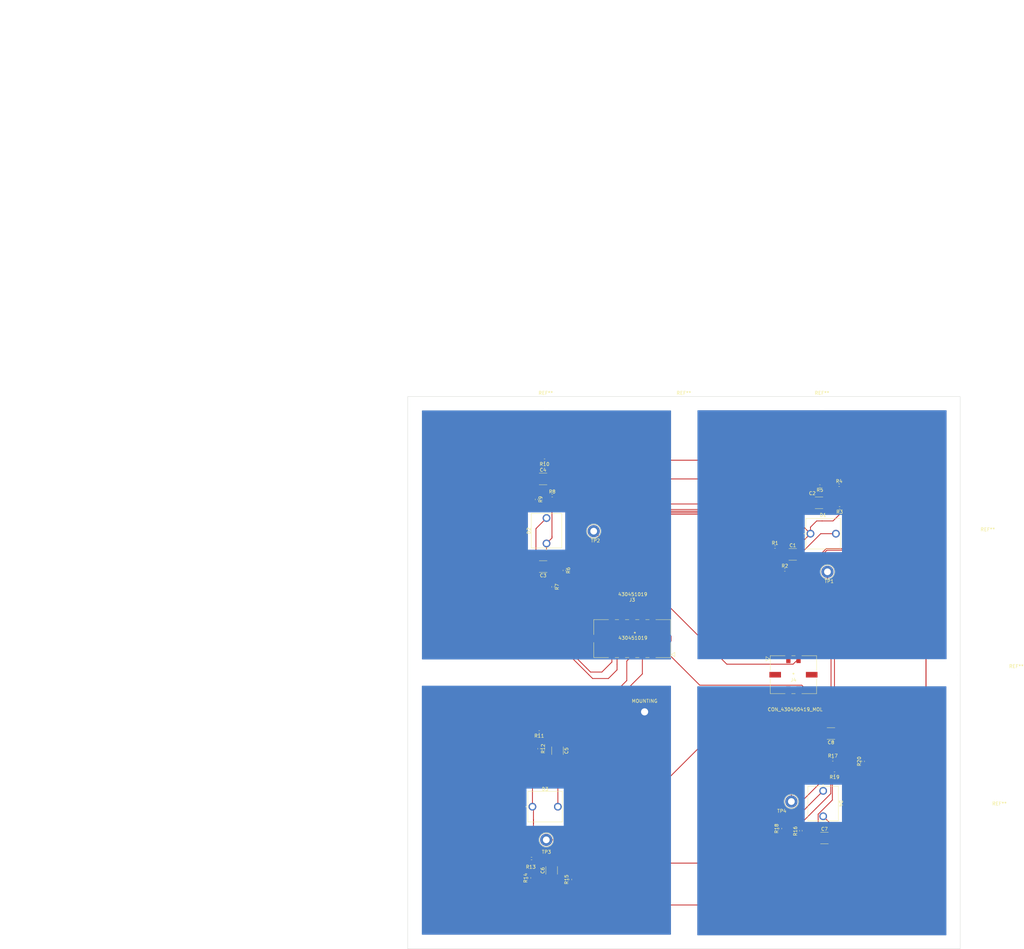
<source format=kicad_pcb>
(kicad_pcb (version 20211014) (generator pcbnew)
  (title_block (date "1/19/2023"))
  (layers (0 "F.Cu" signal) (31 "B.Cu" signal) (34 "B.Paste" user) (35 "F.Paste" user) (36 "B.SilkS" user "B.Silkscreen") (37 "F.SilkS" user "F.Silkscreen") (38 "B.Mask" user) (39 "F.Mask" user) (44 "Edge.Cuts" user))
  (net 0 "")
  (net 1 "Net-(C1-Pad1)")
  (net 2 "Net-(C1-Pad2)")
  (net 3 "Net-(C2-Pad1)")
  (net 4 "Net-(C3-Pad1)")
  (net 5 "Net-(C3-Pad2)")
  (net 6 "Net-(C4-Pad1)")
  (net 7 "Net-(C5-Pad1)")
  (net 8 "Net-(C5-Pad2)")
  (net 9 "Net-(C6-Pad1)")
  (net 10 "Net-(C7-Pad1)")
  (net 11 "Net-(C7-Pad2)")
  (net 12 "Net-(C8-Pad1)")
  (net 13 "/1G1")
  (net 14 "/G1")
  (net 15 "/B1")
  (net 16 "/S1")
  (net 17 "/S2")
  (net 18 "/S3")
  (net 19 "/S4")
  (net 20 "/G2")
  (net 21 "/G3")
  (net 22 "/G4")
  (net 27 "Net-(J4-Pad1)")
  (net 28 "Net-(J4-Pad2)")
  (net 29 "Net-(TP3-Pad1)")
  (net 30 "Net-(J4-Pad4)")
  (footprint "Resistor_SMD:R_0402_1005Metric" (layer "F.Cu") (at 254.6604 224.7392 90)
    (fp_text reference "R20" (at 0 -1.17 90) (layer "F.SilkS"))
    (fp_text value "R_US")
    (pad "1" smd roundrect (at -0.51 0 90) (size 0.54 0.64) (layers "F.Cu" "F.Paste" "F.Mask") (net 15 "/B1"))
    (pad "2" smd roundrect (at 0.51 0 90) (size 0.54 0.64) (layers "F.Cu" "F.Paste" "F.Mask") (net 12 "Net-(C8-Pad1)"))
  )
  (footprint "TestPoint:TestPoint_Loop_D3.80mm_Drill2.0mm" (layer "F.Cu") (at 175.1584 156.7942)
    (fp_text reference "TP2" (at 0.5 2.8) (layer "F.SilkS"))
    (fp_text value "TestPoint")
    (pad "1" thru_hole circle (at 0 0) (size 3.6 3.6) (drill 2) (layers *.Cu *.Mask) (net 28 "Net-(J4-Pad2)"))
  )
  (footprint "Capacitor_SMD:C_1812_4532Metric_Pad1.57x3.40mm_HandSolder" (layer "F.Cu") (at 241.6263 148.42785 180)
    (fp_text reference "C2" (at 1.9773 2.80965) (layer "F.SilkS"))
    (fp_text value "C")
    (pad "1" smd roundrect (at -2.1375 0 180) (size 1.575 3.4) (layers "F.Cu" "F.Paste" "F.Mask") (roundrect_rratio 0.15873) (net 3 "Net-(C2-Pad1)"))
    (pad "2" smd roundrect (at 2.1375 0 180) (size 1.575 3.4) (layers "F.Cu" "F.Paste" "F.Mask") (roundrect_rratio 0.15873) (net 13 "/1G1"))
  )
  (footprint "MountingHole:MountingHole_2.1mm" (layer "F.Cu") (at 281.1526 157.7678)
    (fp_text reference "REF**" (at 10.2616 -1.4562) (layer "F.SilkS"))
    (fp_text value "MountingHole_2.1mm")
    (pad "" np_thru_hole circle (at 0 0) (size 2.1 2.1) (drill 2.1) (layers F&B.Cu *.Mask))
  )
  (footprint "MountingHole:MountingHole_2.1mm" (layer "F.Cu") (at 161.0108 119.2268)
    (fp_text reference "REF**" (at 0 -3.2) (layer "F.SilkS"))
    (fp_text value "MountingHole_2.1mm")
    (pad "" np_thru_hole circle (at 0 0) (size 2.1 2.1) (drill 2.1) (layers F&B.Cu *.Mask))
  )
  (footprint "Resistor_SMD:R_0402_1005Metric" (layer "F.Cu") (at 163.1696 173.228 -90)
    (fp_text reference "R7" (at 0 -1.17 90) (layer "F.SilkS"))
    (fp_text value "R_US")
    (pad "1" smd roundrect (at -0.51 0 270) (size 0.54 0.64) (layers "F.Cu" "F.Paste" "F.Mask") (net 17 "/S2"))
    (pad "2" smd roundrect (at 0.51 0 270) (size 0.54 0.64) (layers "F.Cu" "F.Paste" "F.Mask") (net 20 "/G2"))
  )
  (footprint "Resistor_SMD:R_0402_1005Metric" (layer "F.Cu") (at 245.6922 224.282)
    (fp_text reference "R17" (at 0 -1.17) (layer "F.SilkS"))
    (fp_text value "R_US")
    (pad "1" smd roundrect (at -0.51 0) (size 0.54 0.64) (layers "F.Cu" "F.Paste" "F.Mask") (net 19 "/S4"))
    (pad "2" smd roundrect (at 0.51 0) (size 0.54 0.64) (layers "F.Cu" "F.Paste" "F.Mask") (net 22 "/G4"))
  )
  (footprint "Resistor_SMD:R_0402_1005Metric" (layer "F.Cu") (at 247.7018 149.9332 180)
    (fp_text reference "R3" (at 0 -1.17) (layer "F.SilkS"))
    (fp_text value "R_US")
    (pad "1" smd roundrect (at -0.51 0 180) (size 0.54 0.64) (layers "F.Cu" "F.Paste" "F.Mask") (net 14 "/G1"))
    (pad "2" smd roundrect (at 0.51 0 180) (size 0.54 0.64) (layers "F.Cu" "F.Paste" "F.Mask") (net 13 "/1G1"))
  )
  (footprint "OptoDevice:S13370-6075CN" (layer "F.Cu") (at 242.864 157.5308)
    (fp_text reference "D1" (at -0.04 -5.4864 unlocked) (layer "F.SilkS"))
    (fp_text value "D_Photo")
    (pad "1" thru_hole circle (at -3.75 0) (size 2.286 2.286) (drill 1.5) (layers *.Cu *.Mask) (net 14 "/G1"))
    (pad "2" thru_hole circle (at 3.75 0) (size 2.286 2.286) (drill 1.5) (layers *.Cu *.Mask) (net 2 "Net-(C1-Pad2)"))
  )
  (footprint "Capacitor_SMD:C_1812_4532Metric_Pad1.57x3.40mm_HandSolder" (layer "F.Cu") (at 245.1608 216.5096 180)
    (fp_text reference "C8" (at 0 -2.65) (layer "F.SilkS"))
    (fp_text value "C")
    (pad "1" smd roundrect (at -2.1375 0 180) (size 1.575 3.4) (layers "F.Cu" "F.Paste" "F.Mask") (roundrect_rratio 0.15873) (net 12 "Net-(C8-Pad1)"))
    (pad "2" smd roundrect (at 2.1375 0 180) (size 1.575 3.4) (layers "F.Cu" "F.Paste" "F.Mask") (roundrect_rratio 0.15873) (net 13 "/1G1"))
  )
  (footprint "MountingHole:MountingHole_2.1mm" (layer "F.Cu") (at 190.1744 210.1296)
    (fp_text reference "MOUNTING" (at 0 -3.2) (layer "F.SilkS"))
    (fp_text value "MountingHole_2.1mm")
    (pad "" np_thru_hole circle (at 0 0) (size 2.1 2.1) (drill 2.1) (layers F&B.Cu *.Mask))
  )
  (footprint "Resistor_SMD:R_0402_1005Metric" (layer "F.Cu") (at 230.2764 244.5766 90)
    (fp_text reference "R18" (at 0 -1.17 90) (layer "F.SilkS"))
    (fp_text value "R_US")
    (pad "1" smd roundrect (at -0.51 0 90) (size 0.54 0.64) (layers "F.Cu" "F.Paste" "F.Mask") (net 22 "/G4"))
    (pad "2" smd roundrect (at 0.51 0 90) (size 0.54 0.64) (layers "F.Cu" "F.Paste" "F.Mask") (net 13 "/1G1"))
  )
  (footprint "OptoDevice:S13370-6075CN" (layer "F.Cu") (at 160.8328 238.125)
    (fp_text reference "D3" (at 0 -5.207 unlocked) (layer "F.SilkS"))
    (fp_text value "D_Photo")
    (pad "1" thru_hole circle (at -3.75 0) (size 2.286 2.286) (drill 1.5) (layers *.Cu *.Mask) (net 21 "/G3"))
    (pad "2" thru_hole circle (at 3.75 0) (size 2.286 2.286) (drill 1.5) (layers *.Cu *.Mask) (net 8 "Net-(C5-Pad2)"))
  )
  (footprint "Resistor_SMD:R_0402_1005Metric" (layer "F.Cu") (at 159.0548 221.0054 -90)
    (fp_text reference "R12" (at 0 -1.17 90) (layer "F.SilkS"))
    (fp_text value "R_US")
    (pad "1" smd roundrect (at -0.51 0 270) (size 0.54 0.64) (layers "F.Cu" "F.Paste" "F.Mask") (net 18 "/S3"))
    (pad "2" smd roundrect (at 0.51 0 270) (size 0.54 0.64) (layers "F.Cu" "F.Paste" "F.Mask") (net 21 "/G3"))
  )
  (footprint "TestPoint:TestPoint_Loop_D3.80mm_Drill2.0mm" (layer "F.Cu") (at 233.4768 236.601)
    (fp_text reference "TP4" (at -2.8194 2.8) (layer "F.SilkS"))
    (fp_text value "TestPoint")
    (pad "1" thru_hole circle (at 0 0) (size 3.6 3.6) (drill 2) (layers *.Cu *.Mask) (net 30 "Net-(J4-Pad4)"))
  )
  (footprint "Capacitor_SMD:C_1812_4532Metric_Pad1.57x3.40mm_HandSolder" (layer "F.Cu") (at 162.7632 256.921 90)
    (fp_text reference "C6" (at 0 -2.65 90) (layer "F.SilkS"))
    (fp_text value "C")
    (pad "1" smd roundrect (at -2.1375 0 90) (size 1.575 3.4) (layers "F.Cu" "F.Paste" "F.Mask") (roundrect_rratio 0.15873) (net 9 "Net-(C6-Pad1)"))
    (pad "2" smd roundrect (at 2.1375 0 90) (size 1.575 3.4) (layers "F.Cu" "F.Paste" "F.Mask") (roundrect_rratio 0.15873) (net 13 "/1G1"))
  )
  (footprint "Resistor_SMD:R_0402_1005Metric" (layer "F.Cu") (at 160.655 135.8392 180)
    (fp_text reference "R10" (at 0 -1.17) (layer "F.SilkS"))
    (fp_text value "R_US")
    (pad "1" smd roundrect (at -0.51 0 180) (size 0.54 0.64) (layers "F.Cu" "F.Paste" "F.Mask") (net 15 "/B1"))
    (pad "2" smd roundrect (at 0.51 0 180) (size 0.54 0.64) (layers "F.Cu" "F.Paste" "F.Mask") (net 6 "Net-(C4-Pad1)"))
  )
  (footprint "Resistor_SMD:R_0402_1005Metric" (layer "F.Cu") (at 159.0782 216.0524 180)
    (fp_text reference "R11" (at 0 -1.17) (layer "F.SilkS"))
    (fp_text value "R_US")
    (pad "1" smd roundrect (at -0.51 0 180) (size 0.54 0.64) (layers "F.Cu" "F.Paste" "F.Mask") (net 7 "Net-(C5-Pad1)"))
    (pad "2" smd roundrect (at 0.51 0 180) (size 0.54 0.64) (layers "F.Cu" "F.Paste" "F.Mask") (net 18 "/S3"))
  )
  (footprint "Resistor_SMD:R_0402_1005Metric" (layer "F.Cu") (at 156.2354 259.1562 90)
    (fp_text reference "R14" (at 0 -1.17 90) (layer "F.SilkS"))
    (fp_text value "R_US")
    (pad "1" smd roundrect (at -0.51 0 90) (size 0.54 0.64) (layers "F.Cu" "F.Paste" "F.Mask") (net 9 "Net-(C6-Pad1)"))
    (pad "2" smd roundrect (at 0.51 0 90) (size 0.54 0.64) (layers "F.Cu" "F.Paste" "F.Mask") (net 21 "/G3"))
  )
  (footprint "Capacitor_SMD:C_1812_4532Metric_Pad1.57x3.40mm_HandSolder" (layer "F.Cu") (at 233.8832 163.6522)
    (fp_text reference "C1" (at 0 -2.65) (layer "F.SilkS"))
    (fp_text value "C")
    (pad "1" smd roundrect (at -2.1375 0) (size 1.575 3.4) (layers "F.Cu" "F.Paste" "F.Mask") (roundrect_rratio 0.15873) (net 1 "Net-(C1-Pad1)"))
    (pad "2" smd roundrect (at 2.1375 0) (size 1.575 3.4) (layers "F.Cu" "F.Paste" "F.Mask") (roundrect_rratio 0.15873) (net 2 "Net-(C1-Pad2)"))
  )
  (footprint "Resistor_SMD:R_0402_1005Metric" (layer "F.Cu") (at 231.5464 168.2242)
    (fp_text reference "R2" (at 0 -1.17) (layer "F.SilkS"))
    (fp_text value "R_US")
    (pad "1" smd roundrect (at -0.51 0) (size 0.54 0.64) (layers "F.Cu" "F.Paste" "F.Mask") (net 16 "/S1"))
    (pad "2" smd roundrect (at 0.51 0) (size 0.54 0.64) (layers "F.Cu" "F.Paste" "F.Mask") (net 14 "/G1"))
  )
  (footprint "TestPoint:TestPoint_Loop_D3.80mm_Drill2.0mm" (layer "F.Cu") (at 161.163 247.904)
    (fp_text reference "TP3" (at 0.0508 3.5814) (layer "F.SilkS"))
    (fp_text value "TestPoint")
    (pad "1" thru_hole circle (at 0 0) (size 3.6 3.6) (drill 2) (layers *.Cu *.Mask) (net 29 "Net-(TP3-Pad1)"))
  )
  (footprint "Capacitor_SMD:C_1812_4532Metric_Pad1.57x3.40mm_HandSolder" (layer "F.Cu") (at 164.465 221.5896 -90)
    (fp_text reference "C5" (at 0 -2.65 90) (layer "F.SilkS"))
    (fp_text value "C")
    (pad "1" smd roundrect (at -2.1375 0 270) (size 1.575 3.4) (layers "F.Cu" "F.Paste" "F.Mask") (roundrect_rratio 0.15873) (net 7 "Net-(C5-Pad1)"))
    (pad "2" smd roundrect (at 2.1375 0 270) (size 1.575 3.4) (layers "F.Cu" "F.Paste" "F.Mask") (roundrect_rratio 0.15873) (net 8 "Net-(C5-Pad2)"))
  )
  (footprint "Capacitor_SMD:C_1812_4532Metric_Pad1.57x3.40mm_HandSolder" (layer "F.Cu") (at 160.2232 141.3764)
    (fp_text reference "C4" (at 0 -2.65) (layer "F.SilkS"))
    (fp_text value "C")
    (pad "1" smd roundrect (at -2.1375 0) (size 1.575 3.4) (layers "F.Cu" "F.Paste" "F.Mask") (roundrect_rratio 0.15873) (net 6 "Net-(C4-Pad1)"))
    (pad "2" smd roundrect (at 2.1375 0) (size 1.575 3.4) (layers "F.Cu" "F.Paste" "F.Mask") (roundrect_rratio 0.15873) (net 13 "/1G1"))
  )
  (footprint "MountingHole:MountingHole_2.1mm" (layer "F.Cu") (at 201.7608 119.2268)
    (fp_text reference "REF**" (at 0 -3.2) (layer "F.SilkS"))
    (fp_text value "MountingHole_2.1mm")
    (pad "" np_thru_hole circle (at 0 0) (size 2.1 2.1) (drill 2.1) (layers F&B.Cu *.Mask))
  )
  (footprint "MountingHole:MountingHole_2.1mm" (layer "F.Cu") (at 281.1272 239.3694)
    (fp_text reference "REF**" (at 13.7414 -2.1334) (layer "F.SilkS"))
    (fp_text value "MountingHole_2.1mm")
    (pad "" np_thru_hole circle (at 0 0) (size 2.1 2.1) (drill 2.1) (layers *.Cu *.Mask))
  )
  (footprint "Resistor_SMD:R_0402_1005Metric" (layer "F.Cu") (at 246.2022 228.219 180)
    (fp_text reference "R19" (at 0 -1.17) (layer "F.SilkS"))
    (fp_text value "R_US")
    (pad "1" smd roundrect (at -0.51 0 180) (size 0.54 0.64) (layers "F.Cu" "F.Paste" "F.Mask") (net 12 "Net-(C8-Pad1)"))
    (pad "2" smd roundrect (at 0.51 0 180) (size 0.54 0.64) (layers "F.Cu" "F.Paste" "F.Mask") (net 22 "/G4"))
  )
  (footprint "OptoDevice:S13370-6075CN" (layer "F.Cu") (at 242.857 237.2006 -90)
    (fp_text reference "D4" (at 0 -5.207 -90 unlocked) (layer "F.SilkS"))
    (fp_text value "D_Photo")
    (pad "1" thru_hole circle (at -3.75 0 270) (size 2.286 2.286) (drill 1.5) (layers *.Cu *.Mask) (net 22 "/G4"))
    (pad "2" thru_hole circle (at 3.75 0 270) (size 2.286 2.286) (drill 1.5) (layers *.Cu *.Mask) (net 11 "Net-(C7-Pad2)"))
  )
  (footprint "OptoDevice:S13370-6075CN" (layer "F.Cu") (at 161.2392 156.6672 90)
    (fp_text reference "D2" (at 0 -5.207 90 unlocked) (layer "F.SilkS"))
    (fp_text value "D_Photo")
    (pad "1" thru_hole circle (at -3.75 0 90) (size 2.286 2.286) (drill 1.5) (layers *.Cu *.Mask) (net 20 "/G2"))
    (pad "2" thru_hole circle (at 3.75 0 90) (size 2.286 2.286) (drill 1.5) (layers *.Cu *.Mask) (net 5 "Net-(C3-Pad2)"))
  )
  (footprint "Resistor_SMD:R_0402_1005Metric" (layer "F.Cu") (at 228.6508 161.4678)
    (fp_text reference "R1" (at 0 -1.17) (layer "F.SilkS"))
    (fp_text value "R_US")
    (pad "1" smd roundrect (at -0.51 0) (size 0.54 0.64) (layers "F.Cu" "F.Paste" "F.Mask") (net 1 "Net-(C1-Pad1)"))
    (pad "2" smd roundrect (at 0.51 0) (size 0.54 0.64) (layers "F.Cu" "F.Paste" "F.Mask") (net 16 "/S1"))
  )
  (footprint "Resistor_SMD:R_0402_1005Metric" (layer "F.Cu") (at 168.3004 259.6154 90)
    (fp_text reference "R15" (at 0 -1.17 90) (layer "F.SilkS"))
    (fp_text value "R_US")
    (pad "1" smd roundrect (at -0.51 0 90) (size 0.54 0.64) (layers "F.Cu" "F.Paste" "F.Mask") (net 15 "/B1"))
    (pad "2" smd roundrect (at 0.51 0 90) (size 0.54 0.64) (layers "F.Cu" "F.Paste" "F.Mask") (net 9 "Net-(C6-Pad1)"))
  )
  (footprint "Resistor_SMD:R_0402_1005Metric" (layer "F.Cu") (at 158.3182 147.4216 -90)
    (fp_text reference "R9" (at 0 -1.17 90) (layer "F.SilkS"))
    (fp_text value "R_US")
    (pad "1" smd roundrect (at -0.51 0 270) (size 0.54 0.64) (layers "F.Cu" "F.Paste" "F.Mask") (net 6 "Net-(C4-Pad1)"))
    (pad "2" smd roundrect (at 0.51 0 270) (size 0.54 0.64) (layers "F.Cu" "F.Paste" "F.Mask") (net 20 "/G2"))
  )
  (footprint "Resistor_SMD:R_0402_1005Metric" (layer "F.Cu") (at 241.8842 143.4846 180)
    (fp_text reference "R5" (at 0 -1.17) (layer "F.SilkS"))
    (fp_text value "R_US")
    (pad "1" smd roundrect (at -0.51 0 180) (size 0.54 0.64) (layers "F.Cu" "F.Paste" "F.Mask") (net 15 "/B1"))
    (pad "2" smd roundrect (at 0.51 0 180) (size 0.54 0.64) (layers "F.Cu" "F.Paste" "F.Mask") (net 3 "Net-(C2-Pad1)"))
  )
  (footprint "Resistor_SMD:R_0402_1005Metric" (layer "F.Cu") (at 162.9156 146.304)
    (fp_text reference "R8" (at 0 -1.17) (layer "F.SilkS"))
    (fp_text value "R_US")
    (pad "1" smd roundrect (at -0.51 0) (size 0.54 0.64) (layers "F.Cu" "F.Paste" "F.Mask") (net 20 "/G2"))
    (pad "2" smd roundrect (at 0.51 0) (size 0.54 0.64) (layers "F.Cu" "F.Paste" "F.Mask") (net 13 "/1G1"))
  )
  (footprint "Resistor_SMD:R_0402_1005Metric" (layer "F.Cu") (at 166.497 168.3766 -90)
    (fp_text reference "R6" (at 0 -1.17 90) (layer "F.SilkS"))
    (fp_text value "R_US")
    (pad "1" smd roundrect (at -0.51 0 270) (size 0.54 0.64) (layers "F.Cu" "F.Paste" "F.Mask") (net 4 "Net-(C3-Pad1)"))
    (pad "2" smd roundrect (at 0.51 0 270) (size 0.54 0.64) (layers "F.Cu" "F.Paste" "F.Mask") (net 17 "/S2"))
  )
  (footprint "footprints:430451019" (layer "F.Cu") (at 186.5122 188.4934)
    (fp_text reference "J3" (at 0 -11.43) (layer "F.SilkS"))
    (fp_text value "430451019" (at 0.2032 -0.1778) (layer "F.SilkS"))
    (fp_text user "430451019" (at 0.1524 -13.0556) (layer "F.SilkS"))
    (fp_text user "*" (at 0.7874 -1.4224) (layer "F.SilkS"))
    (pad "1" smd rect locked (at 5.999998 4.700001) (size 1.27 2.54) (layers "F.Cu" "F.Paste" "F.Mask") (net 13 "/1G1"))
    (pad "2" smd rect locked (at 2.999999 4.700001) (size 1.27 2.54) (layers "F.Cu" "F.Paste" "F.Mask") (net 21 "/G3"))
    (pad "3" smd rect locked (at 0 4.700001) (size 1.27 2.54) (layers "F.Cu" "F.Paste" "F.Mask") (net 18 "/S3"))
    (pad "4" smd rect locked (at -2.999999 4.700001) (size 1.27 2.54) (layers "F.Cu" "F.Paste" "F.Mask") (net 20 "/G2"))
    (pad "5" smd rect locked (at -5.999998 4.700001) (size 1.27 2.54) (layers "F.Cu" "F.Paste" "F.Mask") (net 17 "/S2"))
    (pad "6" smd rect locked (at 5.999998 -4.699998) (size 1.27 2.54) (layers "F.Cu" "F.Paste" "F.Mask") (net 19 "/S4"))
    (pad "7" smd rect locked (at 2.999999 -4.699998) (size 1.27 2.54) (layers "F.Cu" "F.Paste" "F.Mask") (net 22 "/G4"))
    (pad "8" smd rect locked (at 0 -4.699998) (size 1.27 2.54) (layers "F.Cu" "F.Paste" "F.Mask") (net 16 "/S1"))
    (pad "9" smd rect locked (at -2.999999 -4.699998) (size 1.27 2.54) (layers "F.Cu" "F.Paste" "F.Mask") (net 14 "/G1"))
    (pad "10" smd rect locked (at -5.999998 -4.699998) (size 1.27 2.54) (layers "F.Cu" "F.Paste" "F.Mask") (net 15 "/B1"))
    (pad "S1" smd rect locked (at 9.884976 0) (size 3.430001 1.65) (layers "F.Cu" "F.Paste" "F.Mask"))
    (pad "S2" smd rect locked (at -9.884976 0) (size 3.430001 1.65) (layers "F.Cu" "F.Paste" "F.Mask"))
  )
  (footprint "TestPoint:TestPoint_Loop_D3.80mm_Drill2.0mm" (layer "F.Cu") (at 244.1194 168.783)
    (fp_text reference "TP1" (at 0.5 2.8) (layer "F.SilkS"))
    (fp_text value "TestPoint")
    (pad "1" thru_hole circle (at 0 0) (size 3.6 3.6) (drill 2) (layers *.Cu *.Mask) (net 27 "Net-(J4-Pad1)"))
  )
  (footprint "430450419:430450419" (layer "F.Cu") (at 234.0864 199.1614 180)
    (fp_text reference "J4" (at -0.0254 -1.5494) (layer "F.SilkS"))
    (fp_text value "CON_430450419_MOL" (at -0.508 -10.2616) (layer "F.SilkS"))
    (fp_text user "*" (at 0 0) (layer "F.SilkS"))
    (pad "1" smd rect locked (at 1.5 4.700001 180) (size 1.27 2.54) (layers "F.Cu" "F.Paste" "F.Mask") (net 27 "Net-(J4-Pad1)"))
    (pad "2" smd rect locked (at -1.5 4.700001 180) (size 1.27 2.54) (layers "F.Cu" "F.Paste" "F.Mask") (net 28 "Net-(J4-Pad2)"))
    (pad "3" smd rect locked (at 1.5 -4.699998 180) (size 1.27 2.54) (layers "F.Cu" "F.Paste" "F.Mask") (net 29 "Net-(TP3-Pad1)"))
    (pad "4" smd rect locked (at -1.5 -4.699998 180) (size 1.27 2.54) (layers "F.Cu" "F.Paste" "F.Mask") (net 30 "Net-(J4-Pad4)"))
    (pad "S1" smd rect locked (at 5.384985 0 180) (size 3.430001 1.65) (layers "F.Cu" "F.Paste" "F.Mask"))
    (pad "S2" smd rect locked (at -5.384985 0 180) (size 3.430001 1.65) (layers "F.Cu" "F.Paste" "F.Mask"))
  )
  (footprint "Resistor_SMD:R_0402_1005Metric" (layer "F.Cu") (at 156.8196 253.4158)
    (fp_text reference "R13" (at -0.2286 2.4892) (layer "F.SilkS"))
    (fp_text value "R_US")
    (pad "1" smd roundrect (at -0.51 0) (size 0.54 0.64) (layers "F.Cu" "F.Paste" "F.Mask") (net 21 "/G3"))
    (pad "2" smd roundrect (at 0.51 0) (size 0.54 0.64) (layers "F.Cu" "F.Paste" "F.Mask") (net 13 "/1G1"))
  )
  (footprint "Capacitor_SMD:C_1812_4532Metric_Pad1.57x3.40mm_HandSolder" (layer "F.Cu") (at 160.2486 167.2336 180)
    (fp_text reference "C3" (at 0 -2.65) (layer "F.SilkS"))
    (fp_text value "C")
    (pad "1" smd roundrect (at -2.1375 0 180) (size 1.575 3.4) (layers "F.Cu" "F.Paste" "F.Mask") (roundrect_rratio 0.15873) (net 4 "Net-(C3-Pad1)"))
    (pad "2" smd roundrect (at 2.1375 0 180) (size 1.575 3.4) (layers "F.Cu" "F.Paste" "F.Mask") (roundrect_rratio 0.15873) (net 5 "Net-(C3-Pad2)"))
  )
  (footprint "MountingHole:MountingHole_2.1mm" (layer "F.Cu") (at 242.5108 119.2268)
    (fp_text reference "REF**" (at 0 -3.2) (layer "F.SilkS"))
    (fp_text value "MountingHole_2.1mm")
    (pad "" np_thru_hole circle (at 0 0) (size 2.1 2.1) (drill 2.1) (layers F&B.Cu *.Mask))
  )
  (footprint "Resistor_SMD:R_0402_1005Metric" (layer "F.Cu") (at 236.2708 245.2136 90)
    (fp_text reference "R16" (at -0.1308 -1.6188 90) (layer "F.SilkS"))
    (fp_text value "R_US")
    (pad "1" smd roundrect (at -0.51 0 90) (size 0.54 0.64) (layers "F.Cu" "F.Paste" "F.Mask") (net 10 "Net-(C7-Pad1)"))
    (pad "2" smd roundrect (at 0.51 0 90) (size 0.54 0.64) (layers "F.Cu" "F.Paste" "F.Mask") (net 19 "/S4"))
  )
  (footprint "Resistor_SMD:R_0402_1005Metric" (layer "F.Cu") (at 247.5728 143.2276)
    (fp_text reference "R4" (at 0 -1.17) (layer "F.SilkS"))
    (fp_text value "R_US")
    (pad "1" smd roundrect (at -0.51 0) (size 0.54 0.64) (layers "F.Cu" "F.Paste" "F.Mask") (net 3 "Net-(C2-Pad1)"))
    (pad "2" smd roundrect (at 0.51 0) (size 0.54 0.64) (layers "F.Cu" "F.Paste" "F.Mask") (net 14 "/G1"))
  )
  (footprint "Capacitor_SMD:C_1812_4532Metric_Pad1.57x3.40mm_HandSolder" (layer "F.Cu") (at 243.2304 247.3706)
    (fp_text reference "C7" (at 0 -2.65) (layer "F.SilkS"))
    (fp_text value "C")
    (pad "1" smd roundrect (at -2.1375 0) (size 1.575 3.4) (layers "F.Cu" "F.Paste" "F.Mask") (roundrect_rratio 0.15873) (net 10 "Net-(C7-Pad1)"))
    (pad "2" smd roundrect (at 2.1375 0) (size 1.575 3.4) (layers "F.Cu" "F.Paste" "F.Mask") (roundrect_rratio 0.15873) (net 11 "Net-(C7-Pad2)"))
  )
  (footprint "MountingHole:MountingHole_2.1mm" (layer "F.Cu") (at 281.1272 198.6194)
    (fp_text reference "REF**" (at 18.7198 -1.9218) (layer "F.SilkS"))
    (fp_text value "MountingHole_2.1mm")
    (pad "" np_thru_hole circle (at 0 0) (size 2.1 2.1) (drill 2.1) (layers F&B.Cu *.Mask))
  )
  (gr_rect (start 120.269 117.0686) (end 283.269 280.0686) (layer "Edge.Cuts") (width 0.1) (fill none))
  (segment (start 231.7457 162.8529) (end 229.6962 160.8034) (width 0.25) (layer "F.Cu") (net 1))
  (segment (start 231.7457 163.6522) (end 231.7457 162.8529) (width 0.25) (layer "F.Cu") (net 1))
  (segment (start 228.1408 161.4678) (end 228.8052 160.8034) (width 0.25) (layer "F.Cu") (net 1))
  (segment (start 228.8052 160.8034) (end 229.6962 160.8034) (width 0.25) (layer "F.Cu") (net 1))
  (segment (start 242.1421 157.5308) (end 236.0207 163.6522) (width 0.25) (layer "F.Cu") (net 2))
  (segment (start 246.614 157.5308) (end 242.1421 157.5308) (width 0.25) (layer "F.Cu") (net 2))
  (segment (start 243.7638 145.8742) (end 241.3742 143.4846) (width 0.25) (layer "F.Cu") (net 3))
  (segment (start 243.7638 148.42785) (end 243.7638 145.8742) (width 0.25) (layer "F.Cu") (net 3))
  (segment (start 243.7638 148.42785) (end 243.7638 146.5266) (width 0.25) (layer "F.Cu") (net 3))
  (segment (start 243.7638 146.5266) (end 247.0628 143.2276) (width 0.25) (layer "F.Cu") (net 3))
  (segment (start 162.3861 167.2336) (end 163.0191 167.8666) (width 0.25) (layer "F.Cu") (net 4))
  (segment (start 163.0191 167.8666) (end 166.497 167.8666) (width 0.25) (layer "F.Cu") (net 4))
  (segment (start 158.1111 156.0453) (end 158.1111 167.2336) (width 0.25) (layer "F.Cu") (net 5))
  (segment (start 158.2466 155.9098) (end 158.1111 156.0453) (width 0.25) (layer "F.Cu") (net 5))
  (segment (start 158.2466 155.9098) (end 161.2392 152.9172) (width 0.25) (layer "F.Cu") (net 5))
  (segment (start 158.3182 141.6089) (end 158.0857 141.3764) (width 0.25) (layer "F.Cu") (net 6))
  (segment (start 158.0857 141.3764) (end 158.0857 137.8985) (width 0.25) (layer "F.Cu") (net 6))
  (segment (start 158.0857 137.8985) (end 160.145 135.8392) (width 0.25) (layer "F.Cu") (net 6))
  (segment (start 158.3182 146.9116) (end 158.3182 141.6089) (width 0.25) (layer "F.Cu") (net 6))
  (segment (start 161.0653 216.0524) (end 164.465 219.4521) (width 0.25) (layer "F.Cu") (net 7))
  (segment (start 159.5882 216.0524) (end 161.0653 216.0524) (width 0.25) (layer "F.Cu") (net 7))
  (segment (start 164.5828 223.8449) (end 164.465 223.7271) (width 0.25) (layer "F.Cu") (net 8))
  (segment (start 164.5828 238.125) (end 164.5828 223.8449) (width 0.25) (layer "F.Cu") (net 8))
  (segment (start 162.7632 259.0585) (end 162.8101 259.1054) (width 0.25) (layer "F.Cu") (net 9))
  (segment (start 162.8101 259.1054) (end 168.3004 259.1054) (width 0.25) (layer "F.Cu") (net 9))
  (segment (start 162.1555 259.6662) (end 162.7632 259.0585) (width 0.25) (layer "F.Cu") (net 9))
  (segment (start 156.2354 259.6662) (end 162.1555 259.6662) (width 0.25) (layer "F.Cu") (net 9))
  (segment (start 241.0929 247.3706) (end 237.9178 247.3706) (width 0.25) (layer "F.Cu") (net 10))
  (segment (start 237.9178 247.3706) (end 236.2708 245.7236) (width 0.25) (layer "F.Cu") (net 10))
  (segment (start 245.3679 243.4615) (end 245.3679 247.3706) (width 0.25) (layer "F.Cu") (net 11))
  (segment (start 242.857 240.9506) (end 245.3679 243.4615) (width 0.25) (layer "F.Cu") (net 11))
  (segment (start 250.7224 228.1672) (end 254.6604 224.2292) (width 0.25) (layer "F.Cu") (net 12))
  (segment (start 250.7224 228.1672) (end 246.764 228.1672) (width 0.25) (layer "F.Cu") (net 12))
  (segment (start 246.764 228.1672) (end 246.7122 228.219) (width 0.25) (layer "F.Cu") (net 12))
  (segment (start 254.6604 224.2292) (end 254.6604 223.8717) (width 0.25) (layer "F.Cu") (net 12))
  (segment (start 254.6604 223.8717) (end 247.2983 216.5096) (width 0.25) (layer "F.Cu") (net 12))
  (segment (start 163.4256 146.304) (end 163.4256 142.4413) (width 0.25) (layer "F.Cu") (net 13))
  (segment (start 163.4256 142.4413) (end 162.3607 141.3764) (width 0.25) (layer "F.Cu") (net 13))
  (segment (start 245.995 151.13) (end 240.8428 151.13) (width 0.25) (layer "F.Cu") (net 13))
  (segment (start 168.524394 169.898064) (end 168.475897 169.849567) (width 0.25) (layer "F.Cu") (net 13))
  (segment (start 189.6048 189.4648) (end 181.657788 189.4648) (width 0.25) (layer "F.Cu") (net 13))
  (segment (start 168.475897 153.342103) (end 168.475897 151.354297) (width 0.25) (layer "F.Cu") (net 13))
  (segment (start 243.0233 216.5096) (end 243.0233 208.743298) (width 0.25) (layer "F.Cu") (net 13))
  (segment (start 168.475897 169.849567) (end 168.475897 153.342103) (width 0.25) (layer "F.Cu") (net 13))
  (segment (start 247.1918 149.9332) (end 245.995 151.13) (width 0.25) (layer "F.Cu") (net 13))
  (segment (start 168.524394 176.331406) (end 168.524394 169.898064) (width 0.25) (layer "F.Cu") (net 13))
  (segment (start 162.3607 141.3764) (end 232.43735 141.3764) (width 0.25) (layer "F.Cu") (net 13))
  (segment (start 161.3955 253.4158) (end 162.7632 254.7835) (width 0.25) (layer "F.Cu") (net 13))
  (segment (start 198.4756 194.2846) (end 200.2917 196.1007) (width 0.25) (layer "F.Cu") (net 13))
  (segment (start 243.0233 208.743298) (end 236.5464 202.266398) (width 0.25) (layer "F.Cu") (net 13))
  (segment (start 206.457398 202.266398) (end 200.2917 196.1007) (width 0.25) (layer "F.Cu") (net 13))
  (segment (start 219.5595 254.7835) (end 230.2764 244.0666) (width 0.25) (layer "F.Cu") (net 13))
  (segment (start 168.475897 151.354297) (end 163.4256 146.304) (width 0.25) (layer "F.Cu") (net 13))
  (segment (start 230.425104 242.6579) (end 232.782302 240.300702) (width 0.25) (layer "F.Cu") (net 13))
  (segment (start 240.8428 151.13) (end 239.4888 149.776) (width 0.25) (layer "F.Cu") (net 13))
  (segment (start 162.7632 254.7835) (end 219.5595 254.7835) (width 0.25) (layer "F.Cu") (net 13))
  (segment (start 192.512198 193.193401) (end 192.512198 192.372198) (width 0.25) (layer "F.Cu") (net 13))
  (segment (start 232.43735 141.3764) (end 239.4888 148.42785) (width 0.25) (layer "F.Cu") (net 13))
  (segment (start 181.657788 189.4648) (end 168.524394 176.331406) (width 0.25) (layer "F.Cu") (net 13))
  (segment (start 157.3296 253.4158) (end 161.3955 253.4158) (width 0.25) (layer "F.Cu") (net 13))
  (segment (start 239.4888 149.776) (end 239.4888 148.42785) (width 0.25) (layer "F.Cu") (net 13))
  (segment (start 236.5464 202.266398) (end 206.457398 202.266398) (width 0.25) (layer "F.Cu") (net 13))
  (segment (start 230.2764 242.806604) (end 232.782302 240.300702) (width 0.25) (layer "F.Cu") (net 13))
  (segment (start 192.512198 193.193401) (end 197.384401 193.193401) (width 0.25) (layer "F.Cu") (net 13))
  (segment (start 232.782302 240.300702) (end 243.0233 230.059704) (width 0.25) (layer "F.Cu") (net 13))
  (segment (start 192.512198 192.372198) (end 189.6048 189.4648) (width 0.25) (layer "F.Cu") (net 13))
  (segment (start 197.384401 193.193401) (end 198.4756 194.2846) (width 0.25) (layer "F.Cu") (net 13))
  (segment (start 243.0233 230.059704) (end 243.0233 216.5096) (width 0.25) (layer "F.Cu") (net 13))
  (segment (start 230.2764 244.0666) (end 230.2764 242.806604) (width 0.25) (layer "F.Cu") (net 13))
  (segment (start 242.5446 153.7716) (end 242.548 153.775) (width 0.25) (layer "F.Cu") (net 14))
  (segment (start 248.0828 143.2276) (end 248.666 143.8108) (width 0.25) (layer "F.Cu") (net 14))
  (segment (start 233.809 165.0472) (end 233.809 162.8358) (width 0.25) (layer "F.Cu") (net 14))
  (segment (start 248.2118 151.3302) (end 248.2118 149.9332) (width 0.25) (layer "F.Cu") (net 14))
  (segment (start 229.8446 148.7678) (end 173.14835 148.7678) (width 0.25) (layer "F.Cu") (net 14))
  (segment (start 232.0564 166.7998) (end 233.809 165.0472) (width 0.25) (layer "F.Cu") (net 14))
  (segment (start 240.9444 153.7716) (end 239.114 155.602) (width 0.25) (layer "F.Cu") (net 14))
  (segment (start 177.6222 180.7972) (end 168.973895 172.148895) (width 0.25) (layer "F.Cu") (net 14))
  (segment (start 230.565 148.7678) (end 229.8446 148.7678) (width 0.25) (layer "F.Cu") (net 14))
  (segment (start 168.925398 169.663378) (end 168.925398 152.990752) (width 0.25) (layer "F.Cu") (net 14))
  (segment (start 240.9444 153.7716) (end 242.5446 153.7716) (width 0.25) (layer "F.Cu") (net 14))
  (segment (start 232.0564 168.2242) (end 232.0564 166.7998) (width 0.25) (layer "F.Cu") (net 14))
  (segment (start 168.973895 172.148895) (end 168.973895 169.711875) (width 0.25) (layer "F.Cu") (net 14))
  (segment (start 230.351 148.7678) (end 239.114 157.5308) (width 0.25) (layer "F.Cu") (net 14))
  (segment (start 229.8446 148.7678) (end 230.351 148.7678) (width 0.25) (layer "F.Cu") (net 14))
  (segment (start 248.666 149.479) (end 248.2118 149.9332) (width 0.25) (layer "F.Cu") (net 14))
  (segment (start 233.809 162.8358) (end 239.114 157.5308) (width 0.25) (layer "F.Cu") (net 14))
  (segment (start 242.548 153.775) (end 245.767 153.775) (width 0.25) (layer "F.Cu") (net 14))
  (segment (start 183.512201 183.793402) (end 180.515999 180.7972) (width 0.25) (layer "F.Cu") (net 14))
  (segment (start 180.515999 180.7972) (end 177.6222 180.7972) (width 0.25) (layer "F.Cu") (net 14))
  (segment (start 245.767 153.775) (end 248.2118 151.3302) (width 0.25) (layer "F.Cu") (net 14))
  (segment (start 168.973895 169.711875) (end 168.925398 169.663378) (width 0.25) (layer "F.Cu") (net 14))
  (segment (start 248.666 143.8108) (end 248.666 149.479) (width 0.25) (layer "F.Cu") (net 14))
  (segment (start 173.14835 148.7678) (end 171.079975 150.836175) (width 0.25) (layer "F.Cu") (net 14))
  (segment (start 239.114 155.602) (end 239.114 157.5308) (width 0.25) (layer "F.Cu") (net 14))
  (segment (start 168.925398 152.990752) (end 171.079975 150.836175) (width 0.25) (layer "F.Cu") (net 14))
  (segment (start 170.6753 170.1419) (end 169.8244 169.291) (width 0.25) (layer "F.Cu") (net 15))
  (segment (start 161.165 135.8392) (end 177.4444 135.8392) (width 0.25) (layer "F.Cu") (net 15))
  (segment (start 171.729633 153.464497) (end 169.872897 155.321233) (width 0.25) (layer "F.Cu") (net 15))
  (segment (start 273.2024 245.618) (end 273.2024 251.7648) (width 0.25) (layer "F.Cu") (net 15))
  (segment (start 168.3004 260.1254) (end 175.3068 267.1318) (width 0.25) (layer "F.Cu") (net 15))
  (segment (start 172.009033 153.464497) (end 171.729633 153.464497) (width 0.25) (layer "F.Cu") (net 15))
  (segment (start 240.1961 141.2865) (end 242.3942 143.4846) (width 0.25) (layer "F.Cu") (net 15))
  (segment (start 273.2024 163.8046) (end 250.2408 140.843) (width 0.25) (layer "F.Cu") (net 15))
  (segment (start 169.872897 155.321233) (end 169.872897 169.339497) (width 0.25) (layer "F.Cu") (net 15))
  (segment (start 222.1484 267.1318) (end 182.753 267.1318) (width 0.25) (layer "F.Cu") (net 15))
  (segment (start 243.771732 161.940398) (end 236.079265 169.632865) (width 0.25) (layer "F.Cu") (net 15))
  (segment (start 186.748511 179.773489) (end 180.306889 179.773489) (width 0.25) (layer "F.Cu") (net 15))
  (segment (start 186.7408 186.2328) (end 187.8076 185.166) (width 0.25) (layer "F.Cu") (net 15))
  (segment (start 180.306889 179.773489) (end 170.6753 170.1419) (width 0.25) (layer "F.Cu") (net 15))
  (segment (start 174.549033 150.924497) (end 172.009033 153.464497) (width 0.25) (layer "F.Cu") (net 15))
  (segment (start 236.079265 169.632865) (end 229.348265 169.632865) (width 0.25) (layer "F.Cu") (net 15))
  (segment (start 182.9516 186.2328) (end 186.7408 186.2328) (width 0.25) (layer "F.Cu") (net 15))
  (segment (start 234.7488 135.8392) (end 240.1961 141.2865) (width 0.25) (layer "F.Cu") (net 15))
  (segment (start 273.2024 212.598) (end 273.2024 172.8216) (width 0.25) (layer "F.Cu") (net 15))
  (segment (start 257.8354 267.1318) (end 222.1484 267.1318) (width 0.25) (layer "F.Cu") (net 15))
  (segment (start 273.2024 251.7648) (end 257.8354 267.1318) (width 0.25) (layer "F.Cu") (net 15))
  (segment (start 273.2024 172.8216) (end 273.2024 163.8046) (width 0.25) (layer "F.Cu") (net 15))
  (segment (start 273.2024 178.05262) (end 257.090178 161.940398) (width 0.25) (layer "F.Cu") (net 15))
  (segment (start 273.2024 212.598) (end 273.2024 245.618) (width 0.25) (layer "F.Cu") (net 15))
  (segment (start 257.090178 161.940398) (end 243.771732 161.940398) (width 0.25) (layer "F.Cu") (net 15))
  (segment (start 229.348265 169.632865) (end 210.639897 150.924497) (width 0.25) (layer "F.Cu") (net 15))
  (segment (start 254.6604 225.2492) (end 254.6604 227.076) (width 0.25) (layer "F.Cu") (net 15))
  (segment (start 177.4444 135.8392) (end 234.7488 135.8392) (width 0.25) (layer "F.Cu") (net 15))
  (segment (start 175.3068 267.1318) (end 182.753 267.1318) (width 0.25) (layer "F.Cu") (net 15))
  (segment (start 210.639897 150.924497) (end 174.549033 150.924497) (width 0.25) (layer "F.Cu") (net 15))
  (segment (start 180.512202 183.793402) (end 182.9516 186.2328) (width 0.25) (layer "F.Cu") (net 15))
  (segment (start 187.8076 185.166) (end 187.8076 180.832578) (width 0.25) (layer "F.Cu") (net 15))
  (segment (start 187.8076 180.832578) (end 186.748511 179.773489) (width 0.25) (layer "F.Cu") (net 15))
  (segment (start 250.2408 140.843) (end 245.0358 140.843) (width 0.25) (layer "F.Cu") (net 15))
  (segment (start 254.6604 227.076) (end 273.2024 245.618) (width 0.25) (layer "F.Cu") (net 15))
  (segment (start 169.872897 169.339497) (end 170.6753 170.1419) (width 0.25) (layer "F.Cu") (net 15))
  (segment (start 273.2024 212.598) (end 273.2024 178.05262) (width 0.25) (layer "F.Cu") (net 15))
  (segment (start 245.0358 140.843) (end 242.3942 143.4846) (width 0.25) (layer "F.Cu") (net 15))
  (segment (start 211.333396 150.398796) (end 224.75052 163.81592) (width 0.25) (layer "F.Cu") (net 16))
  (segment (start 229.1608 165.86) (end 229.1608 166.3486) (width 0.25) (layer "F.Cu") (net 16))
  (segment (start 229.1608 166.3486) (end 231.0364 168.2242) (width 0.25) (layer "F.Cu") (net 16))
  (segment (start 169.374899 154.869653) (end 173.845756 150.398796) (width 0.25) (layer "F.Cu") (net 16))
  (segment (start 169.423396 170.058396) (end 169.423396 169.525686) (width 0.25) (layer "F.Cu") (net 16))
  (segment (start 179.712699 180.347699) (end 169.423396 170.058396) (width 0.25) (layer "F.Cu") (net 16))
  (segment (start 224.75052 163.81592) (end 226.81268 163.81592) (width 0.25) (layer "F.Cu") (net 16))
  (segment (start 183.066497 180.347699) (end 179.712699 180.347699) (width 0.25) (layer "F.Cu") (net 16))
  (segment (start 169.423396 169.525686) (end 169.374899 169.477189) (width 0.25) (layer "F.Cu") (net 16))
  (segment (start 229.1608 161.4678) (end 229.1608 165.86) (width 0.25) (layer "F.Cu") (net 16))
  (segment (start 173.845756 150.398796) (end 211.333396 150.398796) (width 0.25) (layer "F.Cu") (net 16))
  (segment (start 169.374899 169.477189) (end 169.374899 154.869653) (width 0.25) (layer "F.Cu") (net 16))
  (segment (start 226.81268 163.81592) (end 229.1608 161.4678) (width 0.25) (layer "F.Cu") (net 16))
  (segment (start 186.5122 183.793402) (end 183.066497 180.347699) (width 0.25) (layer "F.Cu") (net 16))
  (segment (start 180.512202 195.433198) (end 177.5714 198.374) (width 0.25) (layer "F.Cu") (net 17))
  (segment (start 177.5714 198.374) (end 174.2186 198.374) (width 0.25) (layer "F.Cu") (net 17))
  (segment (start 164.1348 188.2902) (end 173.0629 197.2183) (width 0.25) (layer "F.Cu") (net 17))
  (segment (start 166.497 169.3906) (end 166.497 168.8866) (width 0.25) (layer "F.Cu") (net 17))
  (segment (start 180.512202 193.193401) (end 180.512202 195.433198) (width 0.25) (layer "F.Cu") (net 17))
  (segment (start 164.1348 173.6832) (end 164.1348 188.2902) (width 0.25) (layer "F.Cu") (net 17))
  (segment (start 174.2186 198.374) (end 173.0629 197.2183) (width 0.25) (layer "F.Cu") (net 17))
  (segment (start 163.1696 172.718) (end 166.497 169.3906) (width 0.25) (layer "F.Cu") (net 17))
  (segment (start 163.1696 172.718) (end 164.1348 173.6832) (width 0.25) (layer "F.Cu") (net 17))
  (segment (start 158.5682 216.0524) (end 160.3462 214.2744) (width 0.25) (layer "F.Cu") (net 18))
  (segment (start 184.912802 195.123602) (end 186.5122 193.524204) (width 0.25) (layer "F.Cu") (net 18))
  (segment (start 184.912802 195.123602) (end 184.912802 200.887798) (width 0.25) (layer "F.Cu") (net 18))
  (segment (start 159.0548 220.4954) (end 158.5682 220.0088) (width 0.25) (layer "F.Cu") (net 18))
  (segment (start 184.912802 200.887798) (end 171.5262 214.2744) (width 0.25) (layer "F.Cu") (net 18))
  (segment (start 158.5682 220.0088) (end 158.5682 216.0524) (width 0.25) (layer "F.Cu") (net 18))
  (segment (start 186.5122 193.524204) (end 186.5122 193.193401) (width 0.25) (layer "F.Cu") (net 18))
  (segment (start 160.3462 214.2744) (end 171.5262 214.2744) (width 0.25) (layer "F.Cu") (net 18))
  (segment (start 245.0972 234.277) (end 245.0972 224.367) (width 0.25) (layer "F.Cu") (net 19))
  (segment (start 236.2708 244.7036) (end 236.2708 243.1034) (width 0.25) (layer "F.Cu") (net 19))
  (segment (start 245.0972 224.367) (end 245.1822 224.282) (width 0.25) (layer "F.Cu") (net 19))
  (segment (start 249.57971 162.8394) (end 247.446455 164.972655) (width 0.25) (layer "F.Cu") (net 19))
  (segment (start 188.195196 178.8414) (end 187.579 178.8414) (width 0.25) (layer "F.Cu") (net 19))
  (segment (start 187.579 178.8414) (end 174.505699 165.768099) (width 0.25) (layer "F.Cu") (net 19))
  (segment (start 241.774211 165.285499) (end 242.087055 164.972655) (width 0.25) (layer "F.Cu") (net 19))
  (segment (start 236.206955 170.852755) (end 241.460099 165.599611) (width 0.25) (layer "F.Cu") (net 19))
  (segment (start 245.1822 186.6432) (end 260.8834 170.942) (width 0.25) (layer "F.Cu") (net 19))
  (segment (start 245.1822 224.282) (end 245.1822 186.6432) (width 0.25) (layer "F.Cu") (net 19))
  (segment (start 170.771899 164.558901) (end 170.771899 156.303211) (width 0.25) (layer "F.Cu") (net 19))
  (segment (start 242.087055 164.972655) (end 247.446455 164.972655) (width 0.25) (layer "F.Cu") (net 19))
  (segment (start 256.7178 162.8394) (end 249.57971 162.8394) (width 0.25) (layer "F.Cu") (net 19))
  (segment (start 241.460099 165.548811) (end 241.723411 165.285499) (width 0.25) (layer "F.Cu") (net 19))
  (segment (start 171.981097 165.768099) (end 170.771899 164.558901) (width 0.25) (layer "F.Cu") (net 19))
  (segment (start 175.251611 151.823499) (end 209.431389 151.823499) (width 0.25) (layer "F.Cu") (net 19))
  (segment (start 170.771899 156.303211) (end 175.251611 151.823499) (width 0.25) (layer "F.Cu") (net 19))
  (segment (start 228.460645 170.852755) (end 236.206955 170.852755) (width 0.25) (layer "F.Cu") (net 19))
  (segment (start 241.460099 165.599611) (end 241.460099 165.548811) (width 0.25) (layer "F.Cu") (net 19))
  (segment (start 260.8834 170.942) (end 260.8834 167.005) (width 0.25) (layer "F.Cu") (net 19))
  (segment (start 260.8834 167.005) (end 256.7178 162.8394) (width 0.25) (layer "F.Cu") (net 19))
  (segment (start 192.512198 183.158402) (end 188.195196 178.8414) (width 0.25) (layer "F.Cu") (net 19))
  (segment (start 209.431389 151.823499) (end 228.460645 170.852755) (width 0.25) (layer "F.Cu") (net 19))
  (segment (start 174.505699 165.768099) (end 171.981097 165.768099) (width 0.25) (layer "F.Cu") (net 19))
  (segment (start 236.2708 243.1034) (end 240.7793 238.5949) (width 0.25) (layer "F.Cu") (net 19))
  (segment (start 245.0972 234.277) (end 240.7793 238.5949) (width 0.25) (layer "F.Cu") (net 19))
  (segment (start 192.512198 183.793402) (end 192.512198 183.158402) (width 0.25) (layer "F.Cu") (net 19))
  (segment (start 241.723411 165.285499) (end 241.774211 165.285499) (width 0.25) (layer "F.Cu") (net 19))
  (segment (start 163.1696 173.738) (end 163.1696 188.62109) (width 0.25) (layer "F.Cu") (net 20))
  (segment (start 182.053601 196.099801) (end 182.053601 197.727199) (width 0.25) (layer "F.Cu") (net 20))
  (segment (start 162.8394 158.2928) (end 162.8394 158.817) (width 0.25) (layer "F.Cu") (net 20))
  (segment (start 163.1696 173.738) (end 161.2392 171.8076) (width 0.25) (layer "F.Cu") (net 20))
  (segment (start 174.82751 200.279) (end 173.672155 199.123645) (width 0.25) (layer "F.Cu") (net 20))
  (segment (start 163.1696 188.62109) (end 173.672155 199.123645) (width 0.25) (layer "F.Cu") (net 20))
  (segment (start 162.8394 146.7378) (end 162.4056 146.304) (width 0.25) (layer "F.Cu") (net 20))
  (segment (start 160.4538 147.9316) (end 162.8394 150.3172) (width 0.25) (layer "F.Cu") (net 20))
  (segment (start 162.8394 150.3172) (end 162.8394 146.7378) (width 0.25) (layer "F.Cu") (net 20))
  (segment (start 182.053601 194.652001) (end 182.053601 196.099801) (width 0.25) (layer "F.Cu") (net 20))
  (segment (start 179.5018 200.279) (end 174.82751 200.279) (width 0.25) (layer "F.Cu") (net 20))
  (segment (start 158.3182 147.9316) (end 160.4538 147.9316) (width 0.25) (layer "F.Cu") (net 20))
  (segment (start 162.8394 150.3172) (end 162.8394 158.2928) (width 0.25) (layer "F.Cu") (net 20))
  (segment (start 182.053601 197.727199) (end 179.5018 200.279) (width 0.25) (layer "F.Cu") (net 20))
  (segment (start 161.2392 171.8076) (end 161.2392 160.4172) (width 0.25) (layer "F.Cu") (net 20))
  (segment (start 162.8394 158.817) (end 161.2392 160.4172) (width 0.25) (layer "F.Cu") (net 20))
  (segment (start 182.053601 194.652001) (end 183.512201 193.193401) (width 0.25) (layer "F.Cu") (net 20))
  (segment (start 162.8394 158.2928) (end 162.8394 158.623) (width 0.25) (layer "F.Cu") (net 20))
  (segment (start 157.0828 238.125) (end 157.3784 238.4206) (width 0.25) (layer "F.Cu") (net 21))
  (segment (start 169.660687 217.057087) (end 164.301287 222.416487) (width 0.25) (layer "F.Cu") (net 21))
  (segment (start 162.0176 222.6146) (end 157.0828 227.5494) (width 0.25) (layer "F.Cu") (net 21))
  (segment (start 159.0548 221.5154) (end 159.955887 222.416487) (width 0.25) (layer "F.Cu") (net 21))
  (segment (start 156.3096 258.572) (end 156.3096 253.4158) (width 0.25) (layer "F.Cu") (net 21))
  (segment (start 157.3698 241.8928) (end 157.3698 243.112) (width 0.25) (layer "F.Cu") (net 21))
  (segment (start 189.512199 193.193401) (end 189.512199 198.932775) (width 0.25) (layer "F.Cu") (net 21))
  (segment (start 164.103173 222.6146) (end 162.0176 222.6146) (width 0.25) (layer "F.Cu") (net 21))
  (segment (start 189.512199 198.932775) (end 171.387887 217.057087) (width 0.25) (layer "F.Cu") (net 21))
  (segment (start 157.3784 238.4206) (end 157.3784 243.1034) (width 0.25) (layer "F.Cu") (net 21))
  (segment (start 157.3698 252.3556) (end 156.3096 253.4158) (width 0.25) (layer "F.Cu") (net 21))
  (segment (start 157.0828 227.5494) (end 157.0828 238.125) (width 0.25) (layer "F.Cu") (net 21))
  (segment (start 157.3698 241.8928) (end 157.3698 252.3556) (width 0.25) (layer "F.Cu") (net 21))
  (segment (start 164.301287 222.416487) (end 164.103173 222.6146) (width 0.25) (layer "F.Cu") (net 21))
  (segment (start 156.2354 258.6462) (end 156.3096 258.572) (width 0.25) (layer "F.Cu") (net 21))
  (segment (start 157.3784 243.1034) (end 157.3698 243.112) (width 0.25) (layer "F.Cu") (net 21))
  (segment (start 171.387887 217.057087) (end 169.660687 217.057087) (width 0.25) (layer "F.Cu") (net 21))
  (segment (start 159.955887 222.416487) (end 164.301287 222.416487) (width 0.25) (layer "F.Cu") (net 21))
  (segment (start 228.90411 170.28091) (end 236.09231 170.28091) (width 0.25) (layer "F.Cu") (net 22))
  (segment (start 246.2022 227.709) (end 245.6922 228.219) (width 0.25) (layer "F.Cu") (net 22))
  (segment (start 180.153618 172.5422) (end 174.7266 172.5422) (width 0.25) (layer "F.Cu") (net 22))
  (segment (start 235.839 251.587) (end 230.2764 246.0244) (width 0.25) (layer "F.Cu") (net 22))
  (segment (start 241.389 240.342534) (end 241.389 244.7418) (width 0.25) (layer "F.Cu") (net 22))
  (segment (start 245.5672 236.164334) (end 241.389 240.342534) (width 0.25) (layer "F.Cu") (net 22))
  (segment (start 231.265 245.0866) (end 230.2764 245.0866) (width 0.25) (layer "F.Cu") (net 22))
  (segment (start 245.5672 228.344) (end 245.5672 236.164334) (width 0.25) (layer "F.Cu") (net 22))
  (segment (start 170.322398 155.786822) (end 174.735222 151.373998) (width 0.25) (layer "F.Cu") (net 22))
  (segment (start 189.512199 183.793402) (end 189.512199 181.900781) (width 0.25) (layer "F.Cu") (net 22))
  (segment (start 246.1858 224.2656) (end 246.2022 224.282) (width 0.25) (layer "F.Cu") (net 22))
  (segment (start 242.2054 249.3354) (end 239.9538 251.587) (width 0.25) (layer "F.Cu") (net 22))
  (segment (start 238.0395 238.3121) (end 231.265 245.0866) (width 0.25) (layer "F.Cu") (net 22))
  (segment (start 189.512199 181.900781) (end 180.153618 172.5422) (width 0.25) (layer "F.Cu") (net 22))
  (segment (start 242.857 233.4506) (end 238.0395 238.2681) (width 0.25) (layer "F.Cu") (net 22))
  (segment (start 230.2764 246.0244) (end 230.2764 245.0866) (width 0.25) (layer "F.Cu") (net 22))
  (segment (start 261.332901 166.818811) (end 261.332901 172.017189) (width 0.25) (layer "F.Cu") (net 22))
  (segment (start 261.332901 172.017189) (end 246.1858 187.16429) (width 0.25) (layer "F.Cu") (net 22))
  (segment (start 243.983321 162.389899) (end 256.903989 162.389899) (width 0.25) (layer "F.Cu") (net 22))
  (segment (start 174.7266 172.5422) (end 170.322398 168.137998) (width 0.25) (layer "F.Cu") (net 22))
  (segment (start 241.389 244.7418) (end 242.2054 245.5582) (width 0.25) (layer "F.Cu") (net 22))
  (segment (start 174.735222 151.373998) (end 209.997198 151.373998) (width 0.25) (layer "F.Cu") (net 22))
  (segment (start 236.09231 170.28091) (end 243.983321 162.389899) (width 0.25) (layer "F.Cu") (net 22))
  (segment (start 242.2054 245.5582) (end 242.2054 249.3354) (width 0.25) (layer "F.Cu") (net 22))
  (segment (start 256.903989 162.389899) (end 261.332901 166.818811) (width 0.25) (layer "F.Cu") (net 22))
  (segment (start 209.997198 151.373998) (end 228.90411 170.28091) (width 0.25) (layer "F.Cu") (net 22))
  (segment (start 245.6922 228.219) (end 245.5672 228.344) (width 0.25) (layer "F.Cu") (net 22))
  (segment (start 246.1858 187.16429) (end 246.1858 224.2656) (width 0.25) (layer "F.Cu") (net 22))
  (segment (start 170.322398 168.137998) (end 170.322398 155.786822) (width 0.25) (layer "F.Cu") (net 22))
  (segment (start 246.2022 224.282) (end 246.2022 227.709) (width 0.25) (layer "F.Cu") (net 22))
  (segment (start 239.9538 251.587) (end 235.839 251.587) (width 0.25) (layer "F.Cu") (net 22))
  (segment (start 244.1194 175.641) (end 244.1194 168.783) (width 0.25) (layer "F.Cu") (net 27))
  (segment (start 232.5864 194.461399) (end 232.5864 187.174) (width 0.25) (layer "F.Cu") (net 27))
  (segment (start 232.5864 187.174) (end 244.1194 175.641) (width 0.25) (layer "F.Cu") (net 27))
  (segment (start 233.9914 196.056399) (end 214.420599 196.056399) (width 0.25) (layer "F.Cu") (net 28))
  (segment (start 235.5864 194.461399) (end 233.9914 196.056399) (width 0.25) (layer "F.Cu") (net 28))
  (segment (start 214.420599 196.056399) (end 175.1584 156.7942) (width 0.25) (layer "F.Cu") (net 28))
  (segment (start 179.0446 247.904) (end 161.163 247.904) (width 0.25) (layer "F.Cu") (net 29))
  (segment (start 232.5864 203.861398) (end 223.087202 203.861398) (width 0.25) (layer "F.Cu") (net 29))
  (segment (start 223.087202 203.861398) (end 179.0446 247.904) (width 0.25) (layer "F.Cu") (net 29))
  (segment (start 233.4768 236.601) (end 233.4768 231.9528) (width 0.25) (layer "F.Cu") (net 30))
  (segment (start 233.4768 231.9528) (end 235.5864 229.8432) (width 0.25) (layer "F.Cu") (net 30))
  (segment (start 235.5864 203.861398) (end 235.5864 229.8432) (width 0.25) (layer "F.Cu") (net 30))
  (zone (net 0) (net_name "") (layer "B.Cu") (connect_pads (clearance 0)) (min_thickness 0.254) (fill yes (thermal_gap 0.508) (thermal_bridge_width 0.508))
    (polygon (pts (xy 279.21 276.0858) (xy 205.71 276.0858) (xy 205.71 202.5858) (xy 279.21 202.5858)))
  )
  (zone (net 0) (net_name "") (layer "B.Cu") (connect_pads (clearance 0)) (min_thickness 0.254) (fill yes (thermal_gap 0.508) (thermal_bridge_width 0.508))
    (polygon (pts (xy 279.269 194.594) (xy 205.769 194.594) (xy 205.769 121.094) (xy 279.269 121.094)))
  )
  (zone (net 0) (net_name "") (layer "B.Cu") (connect_pads (clearance 0)) (min_thickness 0.254)
    (keepout (tracks allowed) (vias allowed) (pads allowed) (copperpour not_allowed) (footprints allowed))
    (fill (thermal_gap 0.508) (thermal_bridge_width 0.508))
    (polygon (pts (xy 248.4278 242.6208) (xy 237.4278 242.6208) (xy 237.4278 231.6208) (xy 248.4278 231.6208)))
  )
  (zone (net 0) (net_name "") (layer "B.Cu") (connect_pads (clearance 0)) (min_thickness 0.254)
    (keepout (tracks allowed) (vias allowed) (pads allowed) (copperpour not_allowed) (footprints allowed))
    (fill (thermal_gap 0.508) (thermal_bridge_width 0.508))
    (polygon (pts (xy 248.4024 162.941) (xy 237.4024 162.941) (xy 237.4024 151.941) (xy 248.4024 151.941)))
  )
  (zone (net 0) (net_name "") (layer "B.Cu") (connect_pads (clearance 0)) (min_thickness 0.254)
    (keepout (tracks allowed) (vias allowed) (pads allowed) (copperpour not_allowed) (footprints allowed))
    (fill (thermal_gap 0.508) (thermal_bridge_width 0.508))
    (polygon (pts (xy 166.7668 162.179) (xy 155.7668 162.179) (xy 155.7668 151.179) (xy 166.7668 151.179)))
  )
  (zone (net 0) (net_name "") (layer "B.Cu") (connect_pads (clearance 0)) (min_thickness 0.254)
    (keepout (tracks allowed) (vias allowed) (pads allowed) (copperpour not_allowed) (footprints allowed))
    (fill (thermal_gap 0.508) (thermal_bridge_width 0.508))
    (polygon (pts (xy 166.3096 243.7638) (xy 155.3096 243.7638) (xy 155.3096 232.7638) (xy 166.3096 232.7638)))
  )
  (zone (net 0) (net_name "") (layer "B.Cu") (connect_pads (clearance 0)) (min_thickness 0.254) (fill yes (thermal_gap 0.508) (thermal_bridge_width 0.508))
    (polygon (pts (xy 197.9798 194.657) (xy 124.4798 194.657) (xy 124.4798 121.157) (xy 197.9798 121.157)))
  )
  (zone (net 0) (net_name "") (layer "B.Cu") (connect_pads (clearance 0)) (min_thickness 0.254)
    (keepout (tracks not_allowed) (vias not_allowed) (pads not_allowed) (copperpour not_allowed) (footprints allowed))
    (fill (thermal_gap 0.508) (thermal_bridge_width 0.508))
  )
  (zone (net 0) (net_name "") (layer "B.Cu") (connect_pads (clearance 0)) (min_thickness 0.254) (fill yes (thermal_gap 0.508) (thermal_bridge_width 0.508))
    (polygon (pts (xy 197.9544 275.908) (xy 124.4544 275.908) (xy 124.4544 202.408) (xy 197.9544 202.408)))
  )
)
</source>
